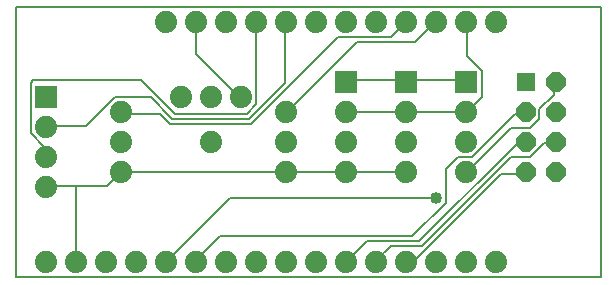
<source format=gtl>
G75*
%MOIN*%
%OFA0B0*%
%FSLAX25Y25*%
%IPPOS*%
%LPD*%
%AMOC8*
5,1,8,0,0,1.08239X$1,22.5*
%
%ADD10C,0.00600*%
%ADD11C,0.07400*%
%ADD12R,0.07400X0.07400*%
%ADD13R,0.06400X0.06400*%
%ADD14OC8,0.06400*%
%ADD15C,0.00800*%
%ADD16C,0.04000*%
D10*
X0413333Y0010400D02*
X0608333Y0010400D01*
X0608333Y0100400D01*
X0413333Y0100400D01*
X0413333Y0010400D01*
D11*
X0423333Y0015400D03*
X0433333Y0015400D03*
X0443333Y0015400D03*
X0453333Y0015400D03*
X0463333Y0015400D03*
X0473333Y0015400D03*
X0483333Y0015400D03*
X0493333Y0015400D03*
X0503333Y0015400D03*
X0513333Y0015400D03*
X0523333Y0015400D03*
X0533333Y0015400D03*
X0543333Y0015400D03*
X0553333Y0015400D03*
X0563333Y0015400D03*
X0573333Y0015400D03*
X0423333Y0040400D03*
X0448333Y0045400D03*
X0423333Y0050400D03*
X0448333Y0055400D03*
X0423333Y0060400D03*
X0448333Y0065400D03*
X0468333Y0070400D03*
X0478333Y0070400D03*
X0488333Y0070400D03*
X0503333Y0065400D03*
X0523333Y0065400D03*
X0543333Y0065400D03*
X0563333Y0065400D03*
X0563333Y0055400D03*
X0543333Y0055400D03*
X0523333Y0055400D03*
X0503333Y0055400D03*
X0478333Y0055400D03*
X0503333Y0045400D03*
X0523333Y0045400D03*
X0543333Y0045400D03*
X0563333Y0045400D03*
X0563333Y0095400D03*
X0553333Y0095400D03*
X0543333Y0095400D03*
X0533333Y0095400D03*
X0523333Y0095400D03*
X0513333Y0095400D03*
X0503333Y0095400D03*
X0493333Y0095400D03*
X0483333Y0095400D03*
X0473333Y0095400D03*
X0463333Y0095400D03*
X0573333Y0095400D03*
D12*
X0563333Y0075400D03*
X0543333Y0075400D03*
X0523333Y0075400D03*
X0423333Y0070400D03*
D13*
X0583333Y0075400D03*
D14*
X0593333Y0075400D03*
X0593333Y0065400D03*
X0583333Y0065400D03*
X0583333Y0055400D03*
X0593333Y0055400D03*
X0593333Y0045400D03*
X0583333Y0045400D03*
D15*
X0583133Y0044800D01*
X0575133Y0044800D01*
X0546333Y0016000D01*
X0543933Y0016000D01*
X0543333Y0015400D01*
X0538333Y0020800D02*
X0533533Y0016000D01*
X0533333Y0015400D01*
X0530333Y0022400D02*
X0523333Y0015400D01*
X0538333Y0020800D02*
X0548733Y0020800D01*
X0578333Y0050400D01*
X0584733Y0050400D01*
X0589533Y0055200D01*
X0592733Y0055200D01*
X0593333Y0055400D01*
X0583333Y0055400D02*
X0583133Y0055200D01*
X0580733Y0055200D01*
X0547933Y0022400D01*
X0530333Y0022400D01*
X0545533Y0024000D02*
X0481533Y0024000D01*
X0473533Y0016000D01*
X0473333Y0015400D01*
X0463333Y0015400D02*
X0484733Y0036800D01*
X0553533Y0036800D01*
X0556733Y0035200D02*
X0545533Y0024000D01*
X0556733Y0035200D02*
X0556733Y0046400D01*
X0560733Y0050400D01*
X0565533Y0050400D01*
X0579933Y0064800D01*
X0583133Y0064800D01*
X0583333Y0065400D01*
X0587933Y0066400D02*
X0587933Y0063200D01*
X0584733Y0060000D01*
X0578333Y0060000D01*
X0563933Y0045600D01*
X0563333Y0045400D01*
X0543333Y0045400D02*
X0543133Y0045600D01*
X0523933Y0045600D01*
X0523333Y0045400D01*
X0523133Y0045600D01*
X0503933Y0045600D01*
X0503333Y0045400D01*
X0503133Y0045600D01*
X0448733Y0045600D01*
X0448333Y0045400D01*
X0447933Y0044800D01*
X0443933Y0040800D01*
X0433533Y0040800D01*
X0433533Y0016000D01*
X0433333Y0015400D01*
X0423333Y0040400D02*
X0423933Y0040800D01*
X0433533Y0040800D01*
X0423333Y0050400D02*
X0423133Y0050400D01*
X0423133Y0053600D01*
X0418333Y0058400D01*
X0418333Y0075200D01*
X0419133Y0076000D01*
X0455133Y0076000D01*
X0466333Y0064800D01*
X0490333Y0064800D01*
X0493533Y0068000D01*
X0493533Y0095200D01*
X0493333Y0095400D01*
X0503133Y0095200D02*
X0503333Y0095400D01*
X0503133Y0095200D02*
X0503133Y0075200D01*
X0491133Y0063200D01*
X0465533Y0063200D01*
X0458333Y0070400D01*
X0446333Y0070400D01*
X0436733Y0060800D01*
X0423933Y0060800D01*
X0423333Y0060400D01*
X0448333Y0065400D02*
X0448733Y0064800D01*
X0461533Y0064800D01*
X0464733Y0061600D01*
X0491933Y0061600D01*
X0520733Y0090400D01*
X0538333Y0090400D01*
X0543333Y0095400D01*
X0546333Y0088800D02*
X0552733Y0095200D01*
X0553333Y0095400D01*
X0563333Y0095400D02*
X0563933Y0095200D01*
X0563933Y0084000D01*
X0568733Y0079200D01*
X0568733Y0070400D01*
X0563933Y0065600D01*
X0563333Y0065400D01*
X0563133Y0065600D01*
X0543933Y0065600D01*
X0543333Y0065400D01*
X0543133Y0065600D01*
X0523933Y0065600D01*
X0523333Y0065400D01*
X0503933Y0065600D02*
X0503333Y0065400D01*
X0503933Y0065600D02*
X0527133Y0088800D01*
X0546333Y0088800D01*
X0487933Y0070400D02*
X0473533Y0084800D01*
X0473533Y0095200D01*
X0473333Y0095400D01*
X0523333Y0075400D02*
X0523933Y0076000D01*
X0543133Y0076000D01*
X0543333Y0075400D01*
X0543933Y0076000D01*
X0563133Y0076000D01*
X0563333Y0075400D01*
X0587933Y0066400D02*
X0592733Y0071200D01*
X0592733Y0075200D01*
X0593333Y0075400D01*
X0488333Y0070400D02*
X0487933Y0070400D01*
D16*
X0553533Y0036800D03*
M02*

</source>
